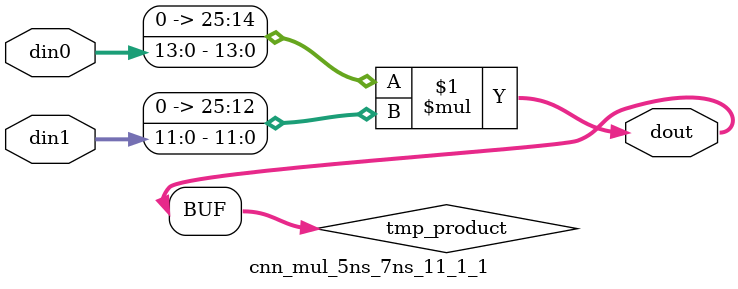
<source format=v>

`timescale 1 ns / 1 ps

  module cnn_mul_5ns_7ns_11_1_1(din0, din1, dout);
parameter ID = 1;
parameter NUM_STAGE = 0;
parameter din0_WIDTH = 14;
parameter din1_WIDTH = 12;
parameter dout_WIDTH = 26;

input [din0_WIDTH - 1 : 0] din0; 
input [din1_WIDTH - 1 : 0] din1; 
output [dout_WIDTH - 1 : 0] dout;

wire signed [dout_WIDTH - 1 : 0] tmp_product;










assign tmp_product = $signed({1'b0, din0}) * $signed({1'b0, din1});











assign dout = tmp_product;







endmodule

</source>
